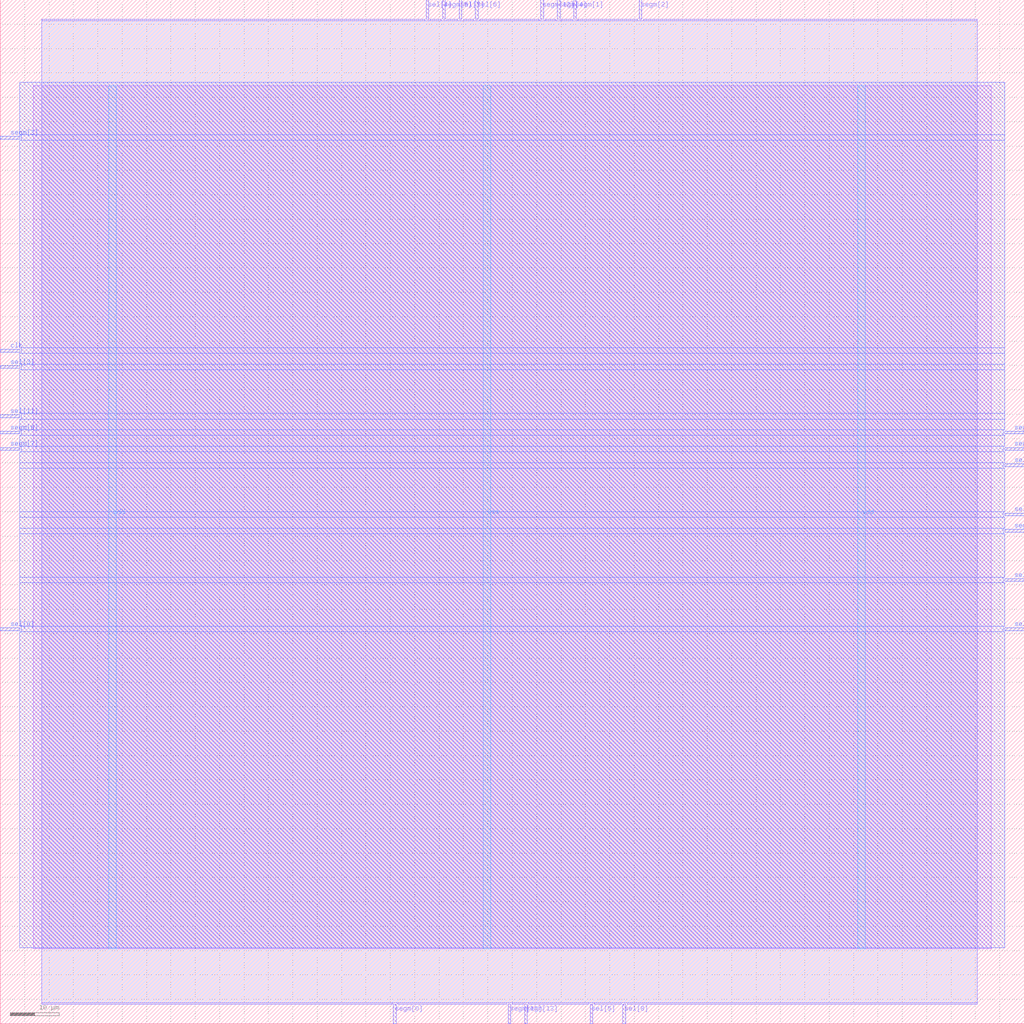
<source format=lef>
VERSION 5.7 ;
  NOWIREEXTENSIONATPIN ON ;
  DIVIDERCHAR "/" ;
  BUSBITCHARS "[]" ;
MACRO ita4
  CLASS BLOCK ;
  FOREIGN ita4 ;
  ORIGIN 0.000 0.000 ;
  SIZE 210.000 BY 210.000 ;
  PIN clk
    DIRECTION INPUT ;
    USE SIGNAL ;
    ANTENNAGATEAREA 4.738000 ;
    ANTENNADIFFAREA 0.410400 ;
    PORT
      LAYER Metal3 ;
        RECT 0.000 137.760 4.000 138.320 ;
    END
  END clk
  PIN segm[0]
    DIRECTION OUTPUT TRISTATE ;
    USE SIGNAL ;
    ANTENNADIFFAREA 0.360800 ;
    PORT
      LAYER Metal2 ;
        RECT 80.640 0.000 81.200 4.000 ;
    END
  END segm[0]
  PIN segm[10]
    DIRECTION OUTPUT TRISTATE ;
    USE SIGNAL ;
    ANTENNADIFFAREA 4.731200 ;
    PORT
      LAYER Metal2 ;
        RECT 104.160 0.000 104.720 4.000 ;
    END
  END segm[10]
  PIN segm[11]
    DIRECTION OUTPUT TRISTATE ;
    USE SIGNAL ;
    ANTENNADIFFAREA 4.731200 ;
    PORT
      LAYER Metal3 ;
        RECT 206.000 100.800 210.000 101.360 ;
    END
  END segm[11]
  PIN segm[12]
    DIRECTION OUTPUT TRISTATE ;
    USE SIGNAL ;
    ANTENNADIFFAREA 4.731200 ;
    PORT
      LAYER Metal2 ;
        RECT 110.880 206.000 111.440 210.000 ;
    END
  END segm[12]
  PIN segm[13]
    DIRECTION OUTPUT TRISTATE ;
    USE SIGNAL ;
    ANTENNADIFFAREA 4.731200 ;
    PORT
      LAYER Metal2 ;
        RECT 107.520 0.000 108.080 4.000 ;
    END
  END segm[13]
  PIN segm[1]
    DIRECTION OUTPUT TRISTATE ;
    USE SIGNAL ;
    ANTENNADIFFAREA 4.731200 ;
    PORT
      LAYER Metal2 ;
        RECT 117.600 206.000 118.160 210.000 ;
    END
  END segm[1]
  PIN segm[2]
    DIRECTION OUTPUT TRISTATE ;
    USE SIGNAL ;
    ANTENNADIFFAREA 0.360800 ;
    PORT
      LAYER Metal2 ;
        RECT 131.040 206.000 131.600 210.000 ;
    END
  END segm[2]
  PIN segm[3]
    DIRECTION OUTPUT TRISTATE ;
    USE SIGNAL ;
    ANTENNADIFFAREA 0.360800 ;
    PORT
      LAYER Metal3 ;
        RECT 0.000 181.440 4.000 182.000 ;
    END
  END segm[3]
  PIN segm[4]
    DIRECTION OUTPUT TRISTATE ;
    USE SIGNAL ;
    ANTENNADIFFAREA 4.731200 ;
    PORT
      LAYER Metal2 ;
        RECT 114.240 206.000 114.800 210.000 ;
    END
  END segm[4]
  PIN segm[5]
    DIRECTION OUTPUT TRISTATE ;
    USE SIGNAL ;
    ANTENNADIFFAREA 0.360800 ;
    PORT
      LAYER Metal2 ;
        RECT 90.720 206.000 91.280 210.000 ;
    END
  END segm[5]
  PIN segm[6]
    DIRECTION OUTPUT TRISTATE ;
    USE SIGNAL ;
    ANTENNADIFFAREA 4.731200 ;
    PORT
      LAYER Metal3 ;
        RECT 0.000 120.960 4.000 121.520 ;
    END
  END segm[6]
  PIN segm[7]
    DIRECTION OUTPUT TRISTATE ;
    USE SIGNAL ;
    ANTENNADIFFAREA 4.731200 ;
    PORT
      LAYER Metal3 ;
        RECT 0.000 117.600 4.000 118.160 ;
    END
  END segm[7]
  PIN segm[8]
    DIRECTION OUTPUT TRISTATE ;
    USE SIGNAL ;
    ANTENNADIFFAREA 4.731200 ;
    PORT
      LAYER Metal3 ;
        RECT 206.000 120.960 210.000 121.520 ;
    END
  END segm[8]
  PIN segm[9]
    DIRECTION OUTPUT TRISTATE ;
    USE SIGNAL ;
    ANTENNADIFFAREA 4.731200 ;
    PORT
      LAYER Metal3 ;
        RECT 206.000 117.600 210.000 118.160 ;
    END
  END segm[9]
  PIN sel[0]
    DIRECTION OUTPUT TRISTATE ;
    USE SIGNAL ;
    ANTENNADIFFAREA 4.731200 ;
    PORT
      LAYER Metal3 ;
        RECT 0.000 80.640 4.000 81.200 ;
    END
  END sel[0]
  PIN sel[10]
    DIRECTION OUTPUT TRISTATE ;
    USE SIGNAL ;
    ANTENNADIFFAREA 4.731200 ;
    PORT
      LAYER Metal3 ;
        RECT 206.000 114.240 210.000 114.800 ;
    END
  END sel[10]
  PIN sel[11]
    DIRECTION OUTPUT TRISTATE ;
    USE SIGNAL ;
    ANTENNADIFFAREA 4.731200 ;
    PORT
      LAYER Metal3 ;
        RECT 0.000 124.320 4.000 124.880 ;
    END
  END sel[11]
  PIN sel[1]
    DIRECTION OUTPUT TRISTATE ;
    USE SIGNAL ;
    ANTENNADIFFAREA 4.731200 ;
    PORT
      LAYER Metal3 ;
        RECT 206.000 80.640 210.000 81.200 ;
    END
  END sel[1]
  PIN sel[2]
    DIRECTION OUTPUT TRISTATE ;
    USE SIGNAL ;
    ANTENNADIFFAREA 4.731200 ;
    PORT
      LAYER Metal3 ;
        RECT 206.000 90.720 210.000 91.280 ;
    END
  END sel[2]
  PIN sel[3]
    DIRECTION OUTPUT TRISTATE ;
    USE SIGNAL ;
    ANTENNADIFFAREA 4.731200 ;
    PORT
      LAYER Metal3 ;
        RECT 0.000 134.400 4.000 134.960 ;
    END
  END sel[3]
  PIN sel[4]
    DIRECTION OUTPUT TRISTATE ;
    USE SIGNAL ;
    ANTENNADIFFAREA 4.731200 ;
    PORT
      LAYER Metal2 ;
        RECT 87.360 206.000 87.920 210.000 ;
    END
  END sel[4]
  PIN sel[5]
    DIRECTION OUTPUT TRISTATE ;
    USE SIGNAL ;
    ANTENNADIFFAREA 4.731200 ;
    PORT
      LAYER Metal2 ;
        RECT 120.960 0.000 121.520 4.000 ;
    END
  END sel[5]
  PIN sel[6]
    DIRECTION OUTPUT TRISTATE ;
    USE SIGNAL ;
    ANTENNADIFFAREA 4.731200 ;
    PORT
      LAYER Metal2 ;
        RECT 97.440 206.000 98.000 210.000 ;
    END
  END sel[6]
  PIN sel[7]
    DIRECTION OUTPUT TRISTATE ;
    USE SIGNAL ;
    ANTENNADIFFAREA 4.731200 ;
    PORT
      LAYER Metal2 ;
        RECT 94.080 206.000 94.640 210.000 ;
    END
  END sel[7]
  PIN sel[8]
    DIRECTION OUTPUT TRISTATE ;
    USE SIGNAL ;
    ANTENNADIFFAREA 4.731200 ;
    PORT
      LAYER Metal2 ;
        RECT 127.680 0.000 128.240 4.000 ;
    END
  END sel[8]
  PIN sel[9]
    DIRECTION OUTPUT TRISTATE ;
    USE SIGNAL ;
    ANTENNADIFFAREA 4.731200 ;
    PORT
      LAYER Metal3 ;
        RECT 206.000 104.160 210.000 104.720 ;
    END
  END sel[9]
  PIN vdd
    DIRECTION INOUT ;
    USE POWER ;
    PORT
      LAYER Metal4 ;
        RECT 22.240 15.380 23.840 192.380 ;
    END
    PORT
      LAYER Metal4 ;
        RECT 175.840 15.380 177.440 192.380 ;
    END
  END vdd
  PIN vss
    DIRECTION INOUT ;
    USE GROUND ;
    PORT
      LAYER Metal4 ;
        RECT 99.040 15.380 100.640 192.380 ;
    END
  END vss
  OBS
      LAYER Metal1 ;
        RECT 6.720 15.380 203.280 192.380 ;
      LAYER Metal2 ;
        RECT 8.540 205.700 87.060 206.000 ;
        RECT 88.220 205.700 90.420 206.000 ;
        RECT 91.580 205.700 93.780 206.000 ;
        RECT 94.940 205.700 97.140 206.000 ;
        RECT 98.300 205.700 110.580 206.000 ;
        RECT 111.740 205.700 113.940 206.000 ;
        RECT 115.100 205.700 117.300 206.000 ;
        RECT 118.460 205.700 130.740 206.000 ;
        RECT 131.900 205.700 200.340 206.000 ;
        RECT 8.540 4.300 200.340 205.700 ;
        RECT 8.540 4.000 80.340 4.300 ;
        RECT 81.500 4.000 103.860 4.300 ;
        RECT 105.020 4.000 107.220 4.300 ;
        RECT 108.380 4.000 120.660 4.300 ;
        RECT 121.820 4.000 127.380 4.300 ;
        RECT 128.540 4.000 200.340 4.300 ;
      LAYER Metal3 ;
        RECT 4.000 182.300 206.000 193.060 ;
        RECT 4.300 181.140 206.000 182.300 ;
        RECT 4.000 138.620 206.000 181.140 ;
        RECT 4.300 137.460 206.000 138.620 ;
        RECT 4.000 135.260 206.000 137.460 ;
        RECT 4.300 134.100 206.000 135.260 ;
        RECT 4.000 125.180 206.000 134.100 ;
        RECT 4.300 124.020 206.000 125.180 ;
        RECT 4.000 121.820 206.000 124.020 ;
        RECT 4.300 120.660 205.700 121.820 ;
        RECT 4.000 118.460 206.000 120.660 ;
        RECT 4.300 117.300 205.700 118.460 ;
        RECT 4.000 115.100 206.000 117.300 ;
        RECT 4.000 113.940 205.700 115.100 ;
        RECT 4.000 105.020 206.000 113.940 ;
        RECT 4.000 103.860 205.700 105.020 ;
        RECT 4.000 101.660 206.000 103.860 ;
        RECT 4.000 100.500 205.700 101.660 ;
        RECT 4.000 91.580 206.000 100.500 ;
        RECT 4.000 90.420 205.700 91.580 ;
        RECT 4.000 81.500 206.000 90.420 ;
        RECT 4.300 80.340 205.700 81.500 ;
        RECT 4.000 15.540 206.000 80.340 ;
  END
END ita4
END LIBRARY


</source>
